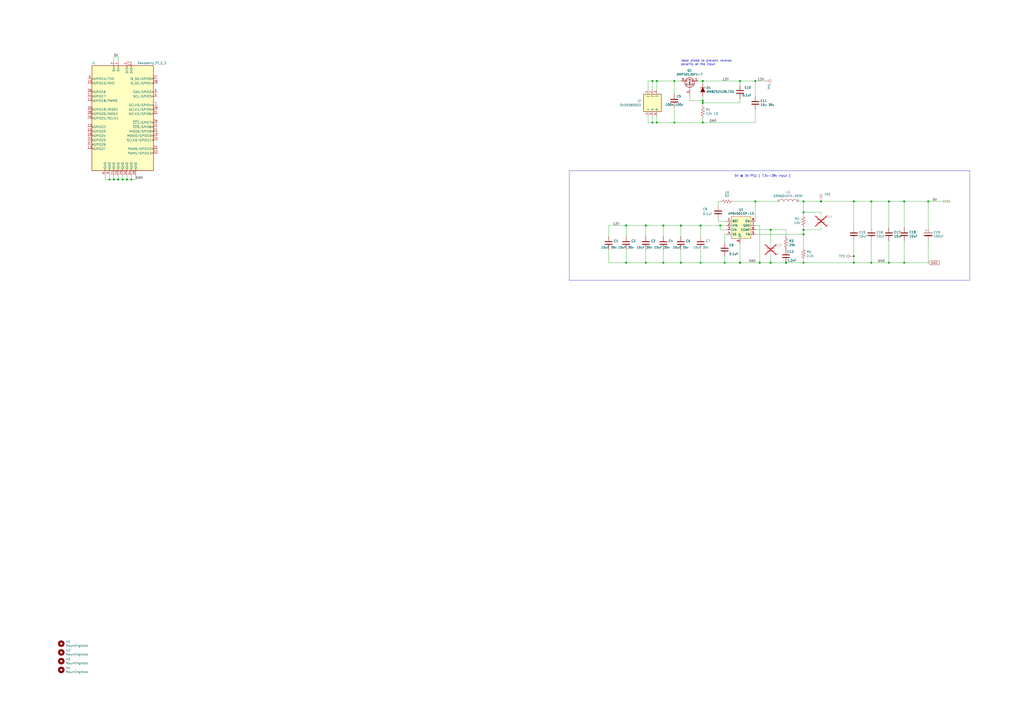
<source format=kicad_sch>
(kicad_sch (version 20231120) (generator "eeschema") (generator_version "8.0")
  (paper "A2")
  (lib_symbols
    (symbol "CM4IO:AP64351"
      (property "Reference" "U1" (at 0.635 9.2456 0))
      (property "Value" "AP64501SP-13" (at 0.635 6.9342 0))
      (symbol "AP64351_1_1"
        (rectangle (start -5.08 5.08) (end 6.35 -7.62) (fill (type background)))
        (pin passive line (at -7.62 2.54 0) (length 2.54) (name "BST") (number "1"))
        (pin power_in line (at -7.62 0 0) (length 2.54) (name "VIN") (number "2"))
        (pin input line (at -7.62 -2.54 0) (length 2.54) (name "EN") (number "3"))
        (pin input line (at -7.62 -5.08 0) (length 2.54) (name "SS") (number "4"))
        (pin input line (at 8.89 -5.08 180) (length 2.54) (name "FB") (number "5"))
        (pin input line (at 8.89 -2.54 180) (length 2.54) (name "COMP") (number "6"))
        (pin power_in line (at 8.89 0 180) (length 2.54) (name "GND") (number "7"))
        (pin output line (at 8.89 2.54 180) (length 2.54) (name "SW") (number "8"))
        (pin passive line (at 0 -10.16 90) (length 2.54) (name "EP") (number "9"))
      )
    )
    (symbol "Connector:TestPoint" (pin_numbers hide) (pin_names (offset 0.762) hide)
      (property "Reference" "TP" (at 0 6.858 0))
      (property "Value" "TestPoint" (at 0 5.08 0))
      (symbol "TestPoint_0_1"
        (circle (center 0 3.302) (radius 0.762))
      )
      (symbol "TestPoint_1_1"
        (pin passive line (at 0 0 90) (length 2.54) (name "1") (number "1"))
      )
    )
    (symbol "Device:C" (pin_numbers hide) (pin_names (offset 0.254))
      (property "Reference" "C" (at 0.635 2.54 0))
      (property "Value" "C" (at 0.635 -2.54 0))
      (symbol "C_0_1"
        (polyline (pts (xy -2.032 -0.762) (xy 2.032 -0.762)) (stroke (width 0.508)))
        (polyline (pts (xy -2.032 0.762) (xy 2.032 0.762)) (stroke (width 0.508)))
      )
      (symbol "C_1_1"
        (pin passive line (at 0 3.81 270) (length 2.794) (name "~") (number "1"))
        (pin passive line (at 0 -3.81 90) (length 2.794) (name "~") (number "2"))
      )
    )
    (symbol "Device:CP" (pin_numbers hide) (pin_names (offset 0.254))
      (property "Reference" "C" (at 0.635 2.54 0))
      (property "Value" "CP" (at 0.635 -2.54 0))
      (symbol "CP_0_1"
        (rectangle (start -2.286 0.508) (end 2.286 1.016))
        (polyline (pts (xy -1.778 2.286) (xy -0.762 2.286)))
        (polyline (pts (xy -1.27 2.794) (xy -1.27 1.778)))
        (rectangle (start 2.286 -0.508) (end -2.286 -1.016) (fill (type outline)))
      )
      (symbol "CP_1_1"
        (pin passive line (at 0 3.81 270) (length 2.794) (name "~") (number "1"))
        (pin passive line (at 0 -3.81 90) (length 2.794) (name "~") (number "2"))
      )
    )
    (symbol "Device:R_US" (pin_numbers hide) (pin_names (offset 0))
      (property "Reference" "R" (at 2.54 0 90))
      (property "Value" "R_US" (at -2.54 0 90))
      (symbol "R_US_0_1"
        (polyline (pts (xy 0 -2.286) (xy 0 -2.54)))
        (polyline (pts (xy 0 2.286) (xy 0 2.54)))
        (polyline (pts (xy 0 -0.762) (xy 1.016 -1.143) (xy 0 -1.524) (xy -1.016 -1.905) (xy 0 -2.286)))
        (polyline (pts (xy 0 0.762) (xy 1.016 0.381) (xy 0 0) (xy -1.016 -0.381) (xy 0 -0.762)))
        (polyline (pts (xy 0 2.286) (xy 1.016 1.905) (xy 0 1.524) (xy -1.016 1.143) (xy 0 0.762)))
      )
      (symbol "R_US_1_1"
        (pin passive line (at 0 3.81 270) (length 1.27) (name "~") (number "1"))
        (pin passive line (at 0 -3.81 90) (length 1.27) (name "~") (number "2"))
      )
    )
    (symbol "Diode:BZX84Cxx" (pin_numbers hide) (pin_names hide)
      (property "Reference" "D" (at 0 3.81 0))
      (property "Value" "BZX84Cxx" (at 0 -3.81 0))
      (symbol "BZX84Cxx_0_1"
        (polyline (pts (xy 1.27 0) (xy -1.27 0)))
        (polyline (pts (xy -1.27 -1.27) (xy -1.27 1.27) (xy -0.762 1.27)) (stroke (width 0.254)))
      )
      (symbol "BZX84Cxx_1_1"
        (polyline (pts (xy 1.27 -1.27) (xy 1.27 1.27) (xy -1.27 0) (xy 1.27 -1.27)) (stroke (width 0.254)) (fill (type outline)))
        (pin passive line (at 3.81 0 180) (length 2.54) (name "A") (number "1"))
        (pin no_connect line (at 1.27 0 180) (length 2.54) hide (name "NC") (number "2"))
        (pin passive line (at -3.81 0 0) (length 2.54) (name "K") (number "3"))
      )
    )
    (symbol "Mechanical:MountingHole"
      (property "Reference" "H" (at 0 5.08 0))
      (property "Value" "MountingHole" (at 0 3.175 0))
      (symbol "MountingHole_0_1"
        (circle (center 0 0) (radius 1.27) (stroke (width 1.27)))
      )
    )
    (symbol "Transistor_FET:DMP3013SFV" (pin_names hide)
      (property "Reference" "Q" (at 5.08 1.905 0))
      (property "Value" "DMP3013SFV" (at 5.08 0 0))
      (symbol "DMP3013SFV_0_1"
        (polyline (pts (xy 0.254 0) (xy -2.54 0)))
        (polyline (pts (xy 0.254 1.905) (xy 0.254 -1.905)) (stroke (width 0.254)))
        (polyline (pts (xy 0.762 -1.27) (xy 0.762 -2.286)) (stroke (width 0.254)))
        (polyline (pts (xy 0.762 0.508) (xy 0.762 -0.508)) (stroke (width 0.254)))
        (polyline (pts (xy 0.762 2.286) (xy 0.762 1.27)) (stroke (width 0.254)))
        (polyline (pts (xy 2.54 2.54) (xy 2.54 1.778)))
        (polyline (pts (xy 2.54 -2.54) (xy 2.54 0) (xy 0.762 0)))
        (polyline (pts (xy 0.762 1.778) (xy 3.302 1.778) (xy 3.302 -1.778) (xy 0.762 -1.778)))
        (polyline (pts (xy 2.286 0) (xy 1.27 0.381) (xy 1.27 -0.381) (xy 2.286 0)) (fill (type outline)))
        (polyline (pts (xy 2.794 -0.508) (xy 2.921 -0.381) (xy 3.683 -0.381) (xy 3.81 -0.254)))
        (polyline (pts (xy 3.302 -0.381) (xy 2.921 0.254) (xy 3.683 0.254) (xy 3.302 -0.381)))
        (circle (center 1.651 0) (radius 2.794) (stroke (width 0.254)))
        (circle (center 2.54 -1.778) (radius 0.254) (fill (type outline)))
        (circle (center 2.54 1.778) (radius 0.254) (fill (type outline)))
      )
      (symbol "DMP3013SFV_1_1"
        (pin passive line (at 2.54 -5.08 90) (length 2.54) (name "S") (number "1"))
        (pin passive line (at 2.54 -5.08 90) (length 2.54) hide (name "S") (number "2"))
        (pin passive line (at 2.54 -5.08 90) (length 2.54) hide (name "S") (number "3"))
        (pin passive line (at -5.08 0 0) (length 2.54) (name "G") (number "4"))
        (pin passive line (at 2.54 5.08 270) (length 2.54) (name "D") (number "5"))
      )
    )
    (symbol "bitcart:0455580003"
      (property "Reference" "J2" (at 1.27 -6.985 90))
      (property "Value" "0455580003" (at -1.27 -6.985 90))
      (symbol "0455580003_1_1"
        (rectangle (start -5.08 5.08) (end 5.08 -5.08) (stroke (width 0.254)) (fill (type background)))
        (pin passive line (at 7.62 2.54 180) (length 2.54) (name "1") (number "1"))
        (pin passive line (at 7.62 0 180) (length 2.54) (name "2") (number "2"))
        (pin passive line (at 7.62 -2.54 180) (length 2.54) (name "3") (number "3"))
        (pin passive line (at -7.62 2.54 0) (length 2.54) (name "4") (number "4"))
        (pin passive line (at -7.62 0 0) (length 2.54) (name "5") (number "5"))
        (pin passive line (at -7.62 -2.54 0) (length 2.54) (name "6") (number "6"))
      )
    )
    (symbol "pihat-rescue:Raspberry_Pi_2_3-Connector" (pin_names (offset 1.016))
      (property "Reference" "J" (at -17.78 31.75 0))
      (property "Value" "Connector_Raspberry_Pi_2_3" (at 10.16 -31.75 0))
      (symbol "Raspberry_Pi_2_3-Connector_0_1"
        (rectangle (start -17.78 30.48) (end 17.78 -30.48) (stroke (width 0.254)) (fill (type background)))
      )
      (symbol "Raspberry_Pi_2_3-Connector_1_1"
        (rectangle (start -16.891 -17.526) (end -17.78 -18.034))
        (rectangle (start -16.891 -14.986) (end -17.78 -15.494))
        (rectangle (start -16.891 -12.446) (end -17.78 -12.954))
        (rectangle (start -16.891 -9.906) (end -17.78 -10.414))
        (rectangle (start -16.891 -7.366) (end -17.78 -7.874))
        (rectangle (start -16.891 -4.826) (end -17.78 -5.334))
        (rectangle (start -16.891 0.254) (end -17.78 -0.254))
        (rectangle (start -16.891 2.794) (end -17.78 2.286))
        (rectangle (start -16.891 5.334) (end -17.78 4.826))
        (rectangle (start -16.891 10.414) (end -17.78 9.906))
        (rectangle (start -16.891 12.954) (end -17.78 12.446))
        (rectangle (start -16.891 15.494) (end -17.78 14.986))
        (rectangle (start -16.891 20.574) (end -17.78 20.066))
        (rectangle (start -16.891 23.114) (end -17.78 22.606))
        (rectangle (start -10.414 -29.591) (end -9.906 -30.48))
        (rectangle (start -7.874 -29.591) (end -7.366 -30.48))
        (rectangle (start -5.334 -29.591) (end -4.826 -30.48))
        (rectangle (start -5.334 30.48) (end -4.826 29.591))
        (rectangle (start -2.794 -29.591) (end -2.286 -30.48))
        (rectangle (start -2.794 30.48) (end -2.286 29.591))
        (rectangle (start -0.254 -29.591) (end 0.254 -30.48))
        (rectangle (start 2.286 -29.591) (end 2.794 -30.48))
        (rectangle (start 2.286 30.48) (end 2.794 29.591))
        (rectangle (start 4.826 -29.591) (end 5.334 -30.48))
        (rectangle (start 4.826 30.48) (end 5.334 29.591))
        (rectangle (start 7.366 -29.591) (end 7.874 -30.48))
        (rectangle (start 17.78 -20.066) (end 16.891 -20.574))
        (rectangle (start 17.78 -17.526) (end 16.891 -18.034))
        (rectangle (start 17.78 -12.446) (end 16.891 -12.954))
        (rectangle (start 17.78 -9.906) (end 16.891 -10.414))
        (rectangle (start 17.78 -7.366) (end 16.891 -7.874))
        (rectangle (start 17.78 -4.826) (end 16.891 -5.334))
        (rectangle (start 17.78 -2.286) (end 16.891 -2.794))
        (rectangle (start 17.78 2.794) (end 16.891 2.286))
        (rectangle (start 17.78 5.334) (end 16.891 4.826))
        (rectangle (start 17.78 7.874) (end 16.891 7.366))
        (rectangle (start 17.78 12.954) (end 16.891 12.446))
        (rectangle (start 17.78 15.494) (end 16.891 14.986))
        (rectangle (start 17.78 20.574) (end 16.891 20.066))
        (rectangle (start 17.78 23.114) (end 16.891 22.606))
        (pin power_in line (at 2.54 33.02 270) (length 2.54) (name "3V3") (number "1"))
        (pin bidirectional line (at -20.32 20.32 0) (length 2.54) (name "GPIO15/RXD") (number "10"))
        (pin bidirectional line (at -20.32 12.7 0) (length 2.54) (name "GPIO17") (number "11"))
        (pin bidirectional line (at -20.32 10.16 0) (length 2.54) (name "GPIO18/PWM0") (number "12"))
        (pin bidirectional line (at -20.32 -17.78 0) (length 2.54) (name "GPIO27") (number "13"))
        (pin power_in line (at -5.08 -33.02 90) (length 2.54) (name "GND") (number "14"))
        (pin bidirectional line (at -20.32 -5.08 0) (length 2.54) (name "GPIO22") (number "15"))
        (pin bidirectional line (at -20.32 -7.62 0) (length 2.54) (name "GPIO23") (number "16"))
        (pin power_in line (at 5.08 33.02 270) (length 2.54) (name "3V3") (number "17"))
        (pin bidirectional line (at -20.32 -10.16 0) (length 2.54) (name "GPIO24") (number "18"))
        (pin bidirectional line (at 20.32 -10.16 180) (length 2.54) (name "MOSI0/GPIO10") (number "19"))
        (pin power_in line (at -5.08 33.02 270) (length 2.54) (name "5V") (number "2"))
        (pin power_in line (at -2.54 -33.02 90) (length 2.54) (name "GND") (number "20"))
        (pin bidirectional line (at 20.32 -7.62 180) (length 2.54) (name "MISO0/GPIO9") (number "21"))
        (pin bidirectional line (at -20.32 -12.7 0) (length 2.54) (name "GPIO25") (number "22"))
        (pin bidirectional line (at 20.32 -12.7 180) (length 2.54) (name "SCLK0/GPIO11") (number "23"))
        (pin bidirectional line (at 20.32 -5.08 180) (length 2.54) (name "~{CE0}/GPIO8") (number "24"))
        (pin power_in line (at 0 -33.02 90) (length 2.54) (name "GND") (number "25"))
        (pin bidirectional line (at 20.32 -2.54 180) (length 2.54) (name "~{CE1}/GPIO7") (number "26"))
        (pin bidirectional line (at 20.32 22.86 180) (length 2.54) (name "ID_SD/GPIO0") (number "27"))
        (pin bidirectional line (at 20.32 20.32 180) (length 2.54) (name "ID_SC/GPIO1") (number "28"))
        (pin bidirectional line (at 20.32 5.08 180) (length 2.54) (name "GCLK1/GPIO5") (number "29"))
        (pin bidirectional line (at 20.32 15.24 180) (length 2.54) (name "SDA/GPIO2") (number "3"))
        (pin power_in line (at 2.54 -33.02 90) (length 2.54) (name "GND") (number "30"))
        (pin bidirectional line (at 20.32 2.54 180) (length 2.54) (name "GCLK2/GPIO6") (number "31"))
        (pin bidirectional line (at 20.32 -17.78 180) (length 2.54) (name "PWM0/GPIO12") (number "32"))
        (pin bidirectional line (at 20.32 -20.32 180) (length 2.54) (name "PWM1/GPIO13") (number "33"))
        (pin power_in line (at 5.08 -33.02 90) (length 2.54) (name "GND") (number "34"))
        (pin bidirectional line (at -20.32 5.08 0) (length 2.54) (name "GPIO19/MISO1") (number "35"))
        (pin bidirectional line (at -20.32 15.24 0) (length 2.54) (name "GPIO16") (number "36"))
        (pin bidirectional line (at -20.32 -15.24 0) (length 2.54) (name "GPIO26") (number "37"))
        (pin bidirectional line (at -20.32 2.54 0) (length 2.54) (name "GPIO20/MOSI1") (number "38"))
        (pin power_in line (at 7.62 -33.02 90) (length 2.54) (name "GND") (number "39"))
        (pin power_in line (at -2.54 33.02 270) (length 2.54) (name "5V") (number "4"))
        (pin bidirectional line (at -20.32 0 0) (length 2.54) (name "GPIO21/SCLK1") (number "40"))
        (pin bidirectional line (at 20.32 12.7 180) (length 2.54) (name "SCL/GPIO3") (number "5"))
        (pin power_in line (at -10.16 -33.02 90) (length 2.54) (name "GND") (number "6"))
        (pin bidirectional line (at 20.32 7.62 180) (length 2.54) (name "GCLK0/GPIO4") (number "7"))
        (pin bidirectional line (at -20.32 22.86 0) (length 2.54) (name "GPIO14/TXD") (number "8"))
        (pin power_in line (at -7.62 -33.02 90) (length 2.54) (name "GND") (number "9"))
      )
    )
    (symbol "pspice:INDUCTOR" (pin_numbers hide) (pin_names (offset 0))
      (property "Reference" "L" (at 0 2.54 0))
      (property "Value" "INDUCTOR" (at 0 -1.27 0))
      (symbol "INDUCTOR_0_1"
        (arc (start -2.54 0) (mid -3.81 1.2645) (end -5.08 0))
        (arc (start 0 0) (mid -1.27 1.2645) (end -2.54 0))
        (arc (start 2.54 0) (mid 1.27 1.2645) (end 0 0))
        (arc (start 5.08 0) (mid 3.81 1.2645) (end 2.54 0))
      )
      (symbol "INDUCTOR_1_1"
        (pin input line (at -6.35 0 0) (length 1.27) (name "1") (number "1"))
        (pin input line (at 6.35 0 180) (length 1.27) (name "2") (number "2"))
      )
    )
  )
  (junction (at 407.67 59.69))
  (junction (at 466.09 133.35) (diameter 1.016))
  (junction (at 495.3 152.4))
  (junction (at 394.97 152.4))
  (junction (at 363.22 152.4))
  (junction (at 378.46 71.12))
  (junction (at 381 46.99))
  (junction (at 406.4 130.81) (diameter 1.016))
  (junction (at 524.51 152.4))
  (junction (at 466.09 152.4))
  (junction (at 429.26 46.99))
  (junction (at 440.69 152.4) (diameter 1.016))
  (junction (at 391.16 71.12))
  (junction (at 407.67 58.42))
  (junction (at 391.16 46.99))
  (junction (at 363.22 130.81) (diameter 1.016))
  (junction (at 394.97 130.81) (diameter 1.016))
  (junction (at 407.67 46.99) (diameter 1.016))
  (junction (at 466.09 116.84) (diameter 1.016))
  (junction (at 538.48 116.84) (diameter 1.016))
  (junction (at 407.67 71.12))
  (junction (at 447.04 133.35) (diameter 1.016))
  (junction (at 374.65 152.4))
  (junction (at 73.66 104.14))
  (junction (at 438.15 116.84) (diameter 1.016))
  (junction (at 417.83 130.81) (diameter 1.016))
  (junction (at 466.09 135.89) (diameter 1.016))
  (junction (at 71.12 104.14))
  (junction (at 476.25 116.84) (diameter 1.016))
  (junction (at 438.15 46.99))
  (junction (at 384.81 130.81) (diameter 1.016))
  (junction (at 447.04 152.4) (diameter 1.016))
  (junction (at 505.46 152.4))
  (junction (at 68.58 104.14))
  (junction (at 455.93 152.4) (diameter 1.016))
  (junction (at 466.09 123.19) (diameter 1.016))
  (junction (at 374.65 130.81) (diameter 1.016))
  (junction (at 66.04 104.14))
  (junction (at 378.46 46.99))
  (junction (at 495.3 116.84) (diameter 1.016))
  (junction (at 429.26 152.4) (diameter 1.016))
  (junction (at 76.2 104.14))
  (junction (at 63.5 104.14))
  (junction (at 495.3 148.59))
  (junction (at 420.37 152.4))
  (junction (at 515.62 152.4))
  (junction (at 524.51 116.84) (diameter 1.016))
  (junction (at 515.62 116.84) (diameter 1.016))
  (junction (at 406.4 152.4))
  (junction (at 505.46 116.84) (diameter 1.016))
  (junction (at 381 71.12))
  (junction (at 384.81 152.4))
  (wire (pts (xy 391.16 46.99) (xy 394.97 46.99)))
  (wire (pts (xy 76.2 101.6) (xy 76.2 104.14)))
  (wire (pts (xy 466.09 135.89) (xy 466.09 143.51)))
  (wire (pts (xy 374.65 152.4) (xy 384.81 152.4)))
  (wire (pts (xy 466.09 132.08) (xy 466.09 133.35)))
  (wire (pts (xy 407.67 46.99) (xy 429.26 46.99)))
  (wire (pts (xy 71.12 104.14) (xy 68.58 104.14)))
  (wire (pts (xy 417.83 130.81) (xy 417.83 133.35)))
  (wire (pts (xy 353.06 137.16) (xy 353.06 130.81)))
  (wire (pts (xy 407.67 59.69) (xy 429.26 59.69)))
  (wire (pts (xy 375.92 67.31) (xy 375.92 71.12)))
  (wire (pts (xy 447.04 133.35) (xy 447.04 140.97)))
  (wire (pts (xy 466.09 123.19) (xy 466.09 124.46)))
  (wire (pts (xy 78.74 104.14) (xy 76.2 104.14)))
  (wire (pts (xy 353.06 152.4) (xy 353.06 144.78)))
  (wire (pts (xy 505.46 116.84) (xy 515.62 116.84)))
  (wire (pts (xy 417.83 133.35) (xy 421.64 133.35)))
  (wire (pts (xy 407.67 59.69) (xy 407.67 60.96)))
  (wire (pts (xy 63.5 101.6) (xy 63.5 104.14)))
  (wire (pts (xy 73.66 101.6) (xy 73.66 104.14)))
  (wire (pts (xy 394.97 152.4) (xy 406.4 152.4)))
  (wire (pts (xy 66.04 35.56) (xy 66.04 33.02)))
  (wire (pts (xy 495.3 132.08) (xy 495.3 116.84)))
  (wire (pts (xy 374.65 152.4) (xy 374.65 144.78)))
  (wire (pts (xy 505.46 152.4) (xy 505.46 139.7)))
  (wire (pts (xy 378.46 46.99) (xy 381 46.99)))
  (wire (pts (xy 429.26 152.4) (xy 440.69 152.4)))
  (wire (pts (xy 381 46.99) (xy 391.16 46.99)))
  (wire (pts (xy 68.58 101.6) (xy 68.58 104.14)))
  (wire (pts (xy 363.22 152.4) (xy 374.65 152.4)))
  (wire (pts (xy 421.64 135.89) (xy 420.37 135.89)))
  (wire (pts (xy 407.67 46.99) (xy 407.67 48.26)))
  (wire (pts (xy 466.09 123.19) (xy 476.25 123.19)))
  (wire (pts (xy 407.67 71.12) (xy 407.67 68.58)))
  (wire (pts (xy 429.26 140.97) (xy 429.26 152.4)))
  (wire (pts (xy 438.15 116.84) (xy 450.85 116.84)))
  (wire (pts (xy 374.65 137.16) (xy 374.65 130.81)))
  (wire (pts (xy 374.65 130.81) (xy 384.81 130.81)))
  (polyline (pts (xy 562.61 99.06) (xy 562.61 162.56)) (stroke (width 0) (type solid)))
  (wire (pts (xy 505.46 132.08) (xy 505.46 116.84)))
  (wire (pts (xy 420.37 148.59) (xy 420.37 152.4)))
  (wire (pts (xy 429.26 49.53) (xy 429.26 46.99)))
  (wire (pts (xy 417.83 130.81) (xy 421.64 130.81)))
  (wire (pts (xy 515.62 152.4) (xy 515.62 139.7)))
  (wire (pts (xy 455.93 152.4) (xy 466.09 152.4)))
  (wire (pts (xy 375.92 52.07) (xy 375.92 46.99)))
  (wire (pts (xy 60.96 104.14) (xy 60.96 101.6)))
  (wire (pts (xy 438.15 133.35) (xy 447.04 133.35)))
  (wire (pts (xy 381 46.99) (xy 381 52.07)))
  (wire (pts (xy 378.46 71.12) (xy 381 71.12)))
  (wire (pts (xy 476.25 123.19) (xy 476.25 124.46)))
  (wire (pts (xy 381 71.12) (xy 391.16 71.12)))
  (wire (pts (xy 391.16 71.12) (xy 407.67 71.12)))
  (wire (pts (xy 416.56 119.38) (xy 416.56 116.84)))
  (wire (pts (xy 407.67 58.42) (xy 407.67 55.88)))
  (wire (pts (xy 438.15 46.99) (xy 443.23 46.99)))
  (wire (pts (xy 524.51 116.84) (xy 538.48 116.84)))
  (wire (pts (xy 63.5 104.14) (xy 60.96 104.14)))
  (wire (pts (xy 524.51 152.4) (xy 515.62 152.4)))
  (wire (pts (xy 378.46 46.99) (xy 375.92 46.99)))
  (wire (pts (xy 394.97 137.16) (xy 394.97 130.81)))
  (wire (pts (xy 466.09 116.84) (xy 466.09 123.19)))
  (wire (pts (xy 394.97 152.4) (xy 394.97 144.78)))
  (wire (pts (xy 447.04 152.4) (xy 455.93 152.4)))
  (wire (pts (xy 524.51 152.4) (xy 524.51 139.7)))
  (wire (pts (xy 406.4 152.4) (xy 406.4 144.78)))
  (wire (pts (xy 363.22 152.4) (xy 363.22 144.78)))
  (wire (pts (xy 438.15 135.89) (xy 466.09 135.89)))
  (wire (pts (xy 420.37 152.4) (xy 429.26 152.4)))
  (wire (pts (xy 466.09 116.84) (xy 476.25 116.84)))
  (wire (pts (xy 384.81 152.4) (xy 384.81 144.78)))
  (wire (pts (xy 438.15 46.99) (xy 438.15 55.88)))
  (wire (pts (xy 353.06 130.81) (xy 363.22 130.81)))
  (wire (pts (xy 66.04 33.02) (xy 68.58 33.02)))
  (wire (pts (xy 495.3 116.84) (xy 505.46 116.84)))
  (wire (pts (xy 515.62 116.84) (xy 524.51 116.84)))
  (wire (pts (xy 495.3 139.7) (xy 495.3 148.59)))
  (wire (pts (xy 76.2 104.14) (xy 73.66 104.14)))
  (wire (pts (xy 378.46 67.31) (xy 378.46 71.12)))
  (wire (pts (xy 476.25 133.35) (xy 476.25 132.08)))
  (wire (pts (xy 524.51 132.08) (xy 524.51 116.84)))
  (wire (pts (xy 416.56 127) (xy 416.56 128.27)))
  (wire (pts (xy 400.05 58.42) (xy 407.67 58.42)))
  (wire (pts (xy 353.06 152.4) (xy 363.22 152.4)))
  (wire (pts (xy 429.26 46.99) (xy 438.15 46.99)))
  (wire (pts (xy 495.3 152.4) (xy 466.09 152.4)))
  (polyline (pts (xy 330.2 99.06) (xy 330.2 162.56)) (stroke (width 0) (type solid)))
  (wire (pts (xy 416.56 128.27) (xy 421.64 128.27)))
  (wire (pts (xy 406.4 130.81) (xy 417.83 130.81)))
  (wire (pts (xy 538.48 139.7) (xy 538.48 152.4)))
  (wire (pts (xy 406.4 152.4) (xy 420.37 152.4)))
  (wire (pts (xy 406.4 137.16) (xy 406.4 130.81)))
  (wire (pts (xy 476.25 116.84) (xy 495.3 116.84)))
  (wire (pts (xy 68.58 33.02) (xy 68.58 35.56)))
  (wire (pts (xy 381 67.31) (xy 381 71.12)))
  (wire (pts (xy 538.48 152.4) (xy 524.51 152.4)))
  (wire (pts (xy 538.48 132.08) (xy 538.48 116.84)))
  (wire (pts (xy 375.92 71.12) (xy 378.46 71.12)))
  (wire (pts (xy 515.62 152.4) (xy 505.46 152.4)))
  (wire (pts (xy 447.04 148.59) (xy 447.04 152.4)))
  (wire (pts (xy 378.46 46.99) (xy 378.46 52.07)))
  (wire (pts (xy 394.97 130.81) (xy 406.4 130.81)))
  (polyline (pts (xy 330.2 99.06) (xy 562.61 99.06)) (stroke (width 0) (type solid)))
  (wire (pts (xy 78.74 101.6) (xy 78.74 104.14)))
  (wire (pts (xy 391.16 62.23) (xy 391.16 71.12)))
  (wire (pts (xy 447.04 133.35) (xy 455.93 133.35)))
  (wire (pts (xy 400.05 54.61) (xy 400.05 58.42)))
  (wire (pts (xy 407.67 58.42) (xy 407.67 59.69)))
  (wire (pts (xy 438.15 63.5) (xy 438.15 71.12)))
  (wire (pts (xy 363.22 130.81) (xy 374.65 130.81)))
  (wire (pts (xy 71.12 101.6) (xy 71.12 104.14)))
  (wire (pts (xy 416.56 116.84) (xy 417.83 116.84)))
  (wire (pts (xy 440.69 152.4) (xy 447.04 152.4)))
  (wire (pts (xy 68.58 104.14) (xy 66.04 104.14)))
  (wire (pts (xy 466.09 151.13) (xy 466.09 152.4)))
  (wire (pts (xy 66.04 101.6) (xy 66.04 104.14)))
  (wire (pts (xy 384.81 130.81) (xy 394.97 130.81)))
  (wire (pts (xy 438.15 130.81) (xy 440.69 130.81)))
  (wire (pts (xy 495.3 152.4) (xy 495.3 148.59)))
  (wire (pts (xy 429.26 59.69) (xy 429.26 57.15)))
  (wire (pts (xy 425.45 116.84) (xy 438.15 116.84)))
  (wire (pts (xy 384.81 152.4) (xy 394.97 152.4)))
  (wire (pts (xy 538.48 116.84) (xy 547.37 116.84)))
  (polyline (pts (xy 562.61 162.56) (xy 330.2 162.56)) (stroke (width 0) (type solid)))
  (wire (pts (xy 384.81 137.16) (xy 384.81 130.81)))
  (wire (pts (xy 440.69 130.81) (xy 440.69 152.4)))
  (wire (pts (xy 438.15 116.84) (xy 438.15 128.27)))
  (wire (pts (xy 420.37 135.89) (xy 420.37 140.97)))
  (wire (pts (xy 66.04 104.14) (xy 63.5 104.14)))
  (wire (pts (xy 405.13 46.99) (xy 407.67 46.99)))
  (wire (pts (xy 455.93 137.16) (xy 455.93 133.35)))
  (wire (pts (xy 73.66 104.14) (xy 71.12 104.14)))
  (wire (pts (xy 438.15 71.12) (xy 407.67 71.12)))
  (wire (pts (xy 515.62 132.08) (xy 515.62 116.84)))
  (wire (pts (xy 505.46 152.4) (xy 495.3 152.4)))
  (wire (pts (xy 466.09 133.35) (xy 466.09 135.89)))
  (wire (pts (xy 391.16 46.99) (xy 391.16 54.61)))
  (wire (pts (xy 466.09 133.35) (xy 476.25 133.35)))
  (wire (pts (xy 463.55 116.84) (xy 466.09 116.84)))
  (wire (pts (xy 363.22 137.16) (xy 363.22 130.81)))
  (text "Ideal diode to prevent reverse\npolarity at the input" (at 394.97 38.1 0) (effects (font (size 1.27 1.27)) (justify left bottom)))
  (text "5V @ 3A PSU ( 7.5v-28v Input )" (at 458.47 102.87 0) (effects (font (size 1.27 1.27)) (justify right bottom)))
  (label "12V" (at 419.1 46.99 0))
  (label "GND" (at 78.74 104.14 0))
  (label "GND" (at 411.48 71.12 0))
  (label "12V" (at 443.23 46.99 180))
  (label "5V" (at 541.02 116.84 0))
  (label "GND" (at 434.34 152.4 0))
  (label "5V" (at 66.04 33.02 0))
  (label "GND" (at 509.27 152.4 0))
  (label "12V" (at 355.6 130.81 0))
  (global_label "GND" (shape input) (at 538.48 152.4 0) (property "Intersheetrefs" "${INTERSHEET_REFS}" (effects (hide yes))))
  (hierarchical_label "5V" (shape output) (at 547.37 116.84 0))
  (symbol (lib_id "Device:C") (at 406.4 140.97 0) (unit 1)
    (property "Reference" "C7" (at 409.321 139.8016 0) (effects (justify left)))
    (property "Value" "10uF 35v" (at 401.955 143.51 0) (effects (justify left)))
    (property "Footprint" "Capacitor_SMD:C_0805_2012Metric" (effects (hide yes)))
    (property "Datasheet" "https://www.murata.com/en-global/products/productdetail.aspx?partno=GRM21BC8YA106ME11%23" (effects (hide yes)))
    (property "Field5" "490-10505-1-ND" (effects (hide yes)))
    (property "Field4" "Digikey" (effects (hide yes)))
    (property "Field6" "GRM21BC8YA106KE11L " (effects (hide yes)))
    (property "Field7" "Murata" (effects (hide yes)))
    (property "Part Description" "	10uF 10% or 20% 35V Ceramic Capacitor X6S 0805 (2012 Metric)" (effects (hide yes)))
  )
  (symbol (lib_id "Mechanical:MountingHole") (at 35.56 378.46 0) (unit 1)
    (property "Reference" "H2" (at 38.1 377.317 0) (effects (justify left)))
    (property "Value" "MountingHole" (at 38.1 379.603 0) (effects (justify left)))
    (property "Footprint" "MountingHole:MountingHole_2.7mm_M2.5" (effects (hide yes)))
    (property "Field4" "nf" (effects (hide yes)))
    (property "Field5" "nf" (effects (hide yes)))
    (property "Field6" "nf" (effects (hide yes)))
    (property "Field7" "nf" (effects (hide yes)))
    (property "Part Description" "M2.5 mounting hole" (effects (hide yes)))
  )
  (symbol (lib_id "Device:R_US") (at 466.09 147.32 0) (unit 1)
    (property "Reference" "R5" (at 467.868 146.1516 0) (effects (justify left)))
    (property "Value" "2.2k" (at 467.868 148.463 0) (effects (justify left)))
    (property "Footprint" "Resistor_SMD:R_0402_1005Metric" (effects (hide yes)))
    (property "Datasheet" "https://fscdn.rohm.com/en/products/databook/datasheet/passive/resistor/chip_resistor/mcr-e.pdf" (effects (hide yes)))
    (property "Field4" "Farnell" (effects (hide yes)))
    (property "Field5" "9239278" (effects (hide yes)))
    (property "Field6" "RK73G1ETQTP2201D         " (effects (hide yes)))
    (property "Field7" "KOA EUROPE GMBH" (effects (hide yes)))
    (property "Part Description" "Resistor 2.2K M1005 1% 63mW" (effects (hide yes)))
    (property "Field8" "120889581" (effects (hide yes)))
  )
  (symbol (lib_id "Diode:BZX84Cxx") (at 407.67 52.07 270) (unit 1)
    (property "Reference" "D1" (at 409.702 50.927 90) (effects (justify left)))
    (property "Value" "MMBZ5242BLT3G" (at 409.702 53.213 90) (effects (justify left)))
    (property "Footprint" "bitcart:D_SOT-23_ANK" (effects (hide yes)))
    (property "Datasheet" "https://diotec.com/tl_files/diotec/files/pdf/datasheets/bzx84c2v4.pdf" (effects (hide yes)))
    (property "DK" "MMBZ5242BLT3GOSCT-ND" (effects (hide yes)))
    (property "PARTNO" "MMBZ5242BLT3G" (effects (hide yes)))
  )
  (symbol (lib_id "pspice:INDUCTOR") (at 457.2 116.84 0) (unit 1)
    (property "Reference" "L1" (at 457.2 111.379 0))
    (property "Value" "SRN6045TA-3R3Y" (at 457.2 113.6904 0))
    (property "Footprint" "Inductor_SMD:L_Bourns_SRN6045TA" (effects (hide yes)))
    (property "Datasheet" "https://www.bourns.com/docs/Product-Datasheets/SRN6045TA.pdf" (effects (hide yes)))
    (property "DK" "SRN6045TA-3R3YCT-ND" (effects (hide yes)))
    (property "Field6" "SRN6045TA-3R3Y" (effects (hide yes)))
  )
  (symbol (lib_id "Transistor_FET:DMP3013SFV") (at 400.05 49.53 90) (unit 1)
    (property "Reference" "Q1" (at 400.05 40.8686 90))
    (property "Value" "DMP3013SFV-7" (at 400.05 43.18 90))
    (property "Footprint" "Package_SON:Diodes_PowerDI3333-8" (effects (hide yes)))
    (property "Datasheet" "https://www.diodes.com/assets/Datasheets/DMP3013SFV.pdf" (effects (hide yes)))
    (property "DK" "DMP3013SFV-7DICT-ND" (effects (hide yes)))
    (property "PARTNO" "DMP3013SFV-7" (effects (hide yes)))
  )
  (symbol (lib_id "Device:C") (at 420.37 144.78 0) (unit 1)
    (property "Reference" "C9" (at 422.91 142.24 0) (effects (justify left)))
    (property "Value" "0.1uF" (at 422.91 147.32 0) (effects (justify left)))
    (property "Footprint" "Capacitor_SMD:C_0402_1005Metric" (effects (hide yes)))
    (property "Datasheet" "https://search.murata.co.jp/Ceramy/image/img/A01X/G101/ENG/GRM155R71C104KA88-01.pdf" (effects (hide yes)))
    (property "Field4" "Farnell" (effects (hide yes)))
    (property "Field5" "2611911" (effects (hide yes)))
    (property "Field6" "RM EMK105 B7104KV-F" (effects (hide yes)))
    (property "Field7" "TAIYO YUDEN EUROPE GMBH" (effects (hide yes)))
    (property "Field8" "110091611" (effects (hide yes)))
    (property "DK" "478-KGM05AR71C104KHCT-ND" (effects (hide yes)))
    (property "PARTNO" "KGM05AR71C104KH" (effects (hide yes)))
  )
  (symbol (lib_id "Device:C") (at 394.97 140.97 0) (unit 1)
    (property "Reference" "C6" (at 397.891 139.8016 0) (effects (justify left)))
    (property "Value" "10uF 35v" (at 390.271 143.51 0) (effects (justify left)))
    (property "Footprint" "Capacitor_SMD:C_0805_2012Metric" (effects (hide yes)))
    (property "Datasheet" "https://www.murata.com/en-global/products/productdetail.aspx?partno=GRM21BC8YA106ME11%23" (effects (hide yes)))
    (property "Field5" "490-10505-1-ND" (effects (hide yes)))
    (property "Field4" "Digikey" (effects (hide yes)))
    (property "Field6" "GRM21BC8YA106KE11L " (effects (hide yes)))
    (property "Field7" "Murata" (effects (hide yes)))
    (property "Part Description" "	10uF 10% or 20% 35V Ceramic Capacitor X6S 0805 (2012 Metric)" (effects (hide yes)))
  )
  (symbol (lib_id "Device:C") (at 438.15 59.69 0) (unit 1)
    (property "Reference" "C11" (at 441.071 58.5216 0) (effects (justify left)))
    (property "Value" "10u 35v" (at 441.071 60.833 0) (effects (justify left)))
    (property "Footprint" "Capacitor_SMD:C_0805_2012Metric" (effects (hide yes)))
    (property "Datasheet" "https://www.murata.com/en-global/products/productdetail.aspx?partno=GRM21BC8YA106ME11%23" (effects (hide yes)))
    (property "Field5" "490-10505-1-ND" (effects (hide yes)))
    (property "Field4" "Digikey" (effects (hide yes)))
    (property "Field6" "GRM21BC8YA106KE11L " (effects (hide yes)))
    (property "Field7" "Murata" (effects (hide yes)))
    (property "Part Description" "	10uF 10% or 20% 35V Ceramic Capacitor X6S 0805 (2012 Metric)" (effects (hide yes)))
  )
  (symbol (lib_id "Mechanical:MountingHole") (at 35.56 373.38 0) (unit 1)
    (property "Reference" "H1" (at 38.1 372.237 0) (effects (justify left)))
    (property "Value" "MountingHole" (at 38.1 374.523 0) (effects (justify left)))
    (property "Footprint" "MountingHole:MountingHole_2.7mm_M2.5" (effects (hide yes)))
    (property "Field4" "nf" (effects (hide yes)))
    (property "Field5" "nf" (effects (hide yes)))
    (property "Field6" "nf" (effects (hide yes)))
    (property "Field7" "nf" (effects (hide yes)))
    (property "Part Description" "M2.5 mounting hole" (effects (hide yes)))
  )
  (symbol (lib_id "Device:R_US") (at 421.64 116.84 270) (unit 1)
    (property "Reference" "R2" (at 420.37 113.665 90) (effects (justify left)))
    (property "Value" "10" (at 420.37 111.76 90) (effects (justify left)))
    (property "Footprint" "Resistor_SMD:R_0402_1005Metric" (effects (hide yes)))
    (property "Field4" "Farnell" (effects (hide yes)))
    (property "Field5" "9238999" (effects (hide yes)))
    (property "Field7" "Yageo" (effects (hide yes)))
    (property "Field6" "RC0402FR-0710RL" (effects (hide yes)))
    (property "Field8" "URES00256" (effects (hide yes)))
    (property "Part Description" "Resistor 10R M1005 1% 63mW" (effects (hide yes)))
  )
  (symbol (lib_id "Device:C") (at 363.22 140.97 0) (unit 1)
    (property "Reference" "C2" (at 366.141 139.8016 0) (effects (justify left)))
    (property "Value" "10uF 35v" (at 358.521 143.51 0) (effects (justify left)))
    (property "Footprint" "Capacitor_SMD:C_0805_2012Metric" (effects (hide yes)))
    (property "Datasheet" "https://www.murata.com/en-global/products/productdetail.aspx?partno=GRM21BC8YA106ME11%23" (effects (hide yes)))
    (property "Field5" "490-10505-1-ND" (effects (hide yes)))
    (property "Field4" "Digikey" (effects (hide yes)))
    (property "Field6" "GRM21BC8YA106KE11L " (effects (hide yes)))
    (property "Field7" "Murata" (effects (hide yes)))
    (property "Part Description" "	10uF 10% or 20% 35V Ceramic Capacitor X6S 0805 (2012 Metric)" (effects (hide yes)))
  )
  (symbol (lib_id "Device:R_US") (at 466.09 128.27 0) (unit 1)
    (property "Reference" "R4" (at 461.01 126.873 0) (effects (justify left)))
    (property "Value" "12k" (at 460.502 129.286 0) (effects (justify left)))
    (property "Footprint" "Resistor_SMD:R_0402_1005Metric" (effects (hide yes)))
    (property "Datasheet" "https://fscdn.rohm.com/en/products/databook/datasheet/passive/resistor/chip_resistor/mcr-e.pdf" (effects (hide yes)))
    (property "Field4" "Farnell" (effects (hide yes)))
    (property "Field5" "9239367" (effects (hide yes)))
    (property "Field7" "Rohm" (effects (hide yes)))
    (property "Field6" "MCR01MZPF1202" (effects (hide yes)))
    (property "Part Description" "Resistor 12K M1005 1% 63mW" (effects (hide yes)))
  )
  (symbol (lib_id "Device:R_US") (at 407.67 64.77 0) (unit 1)
    (property "Reference" "R1" (at 409.448 63.6016 0) (effects (justify left)))
    (property "Value" "12k 1%" (at 409.448 65.913 0) (effects (justify left)))
    (property "Footprint" "Resistor_SMD:R_0402_1005Metric" (effects (hide yes)))
    (property "Datasheet" "https://fscdn.rohm.com/en/products/databook/datasheet/passive/resistor/chip_resistor/mcr-e.pdf" (effects (hide yes)))
    (property "Field4" "Farnell" (effects (hide yes)))
    (property "Field5" "9239367" (effects (hide yes)))
    (property "Field7" "Rohm" (effects (hide yes)))
    (property "Field6" "MCR01MZPF1202" (effects (hide yes)))
    (property "Part Description" "Resistor 12K M1005 1% 63mW" (effects (hide yes)))
  )
  (symbol (lib_id "Mechanical:MountingHole") (at 35.56 383.54 0) (unit 1)
    (property "Reference" "H3" (at 38.1 382.397 0) (effects (justify left)))
    (property "Value" "MountingHole" (at 38.1 384.683 0) (effects (justify left)))
    (property "Footprint" "MountingHole:MountingHole_2.7mm_M2.5" (effects (hide yes)))
    (property "Field4" "nf" (effects (hide yes)))
    (property "Field5" "nf" (effects (hide yes)))
    (property "Field6" "nf" (effects (hide yes)))
    (property "Field7" "nf" (effects (hide yes)))
    (property "Part Description" "M2.5 mounting hole" (effects (hide yes)))
  )
  (symbol (lib_id "Device:C") (at 455.93 148.59 0) (unit 1)
    (property "Reference" "C13" (at 456.565 146.05 0) (effects (justify left)))
    (property "Value" "1.2nF" (at 456.565 151.13 0) (effects (justify left)))
    (property "Footprint" "Capacitor_SMD:C_0402_1005Metric" (effects (hide yes)))
    (property "Datasheet" "http://www.farnell.com/datasheets/2734135.pdf?_ga=2.259347658.1738794919.1588350964-1787849031.1568210898&_gac=1.15394434.1588350964.EAIaIQobChMIgrHHs4yT6QIVxevtCh39TA_nEAAYASAAEgK8PfD_BwE" (effects (hide yes)))
    (property "Field4" "Digikey" (effects (hide yes)))
    (property "Field5" "490-16429-1-ND" (effects (hide yes)))
    (property "Field6" "GCM155R71H122KA37D" (effects (hide yes)))
    (property "Field7" "Murata" (effects (hide yes)))
    (property "Part Description" "1200pF 10% 10V Ceramic Capacitor X5R 0402 (1005 Metric)" (effects (hide yes)))
  )
  (symbol (lib_id "Device:C") (at 476.25 128.27 0) (unit 1) (dnp yes)
    (property "Reference" "C14" (at 478.79 125.73 0) (effects (justify left)))
    (property "Value" "nf" (at 478.79 130.81 0) (effects (justify left)))
    (property "Footprint" "Capacitor_SMD:C_0402_1005Metric" (effects (hide yes)))
    (property "Datasheet" "http://www.farnell.com/datasheets/2048267.pdf?_ga=2.222777691.1738794919.1588350964-1787849031.1568210898&_gac=1.250356018.1588350964.EAIaIQobChMIgrHHs4yT6QIVxevtCh39TA_nEAAYASAAEgK8PfD_BwE" (effects (hide yes)))
    (property "Field4" "Farnell" (effects (hide yes)))
    (property "Field5" "2666374" (effects (hide yes)))
    (property "Field6" "GRM1555C1H221JA01D" (effects (hide yes)))
    (property "Field7" "Murata" (effects (hide yes)))
    (property "Part Description" "220 pF, 50 V, 0402 [1005 Metric], ± 5%, C0G / NP0/CH, GCM Series" (effects (hide yes)))
  )
  (symbol (lib_id "CM4IO:AP64351") (at 429.26 130.81 0) (unit 1)
    (property "Reference" "U1" (at 429.895 121.5644 0))
    (property "Value" "AP64501SP-13" (at 429.895 123.8758 0))
    (property "Footprint" "Package_SO:SOIC-8-1EP_3.9x4.9mm_P1.27mm_EP2.95x4.9mm_Mask2.71x3.4mm_ThermalVias" (effects (hide yes)))
    (property "Datasheet" "https://www.diodes.com/assets/Datasheets/AP64501.pdf" (effects (hide yes)))
    (property "DK" "31-AP64501SP-13CT-ND" (effects (hide yes)))
    (property "PARTNO" "AP64501SP-13" (effects (hide yes)))
  )
  (symbol (lib_id "Device:C") (at 384.81 140.97 0) (unit 1)
    (property "Reference" "C4" (at 387.731 139.8016 0) (effects (justify left)))
    (property "Value" "10uF 35v" (at 379.349 143.51 0) (effects (justify left)))
    (property "Footprint" "Capacitor_SMD:C_0805_2012Metric" (effects (hide yes)))
    (property "Datasheet" "https://www.murata.com/en-global/products/productdetail.aspx?partno=GRM21BC8YA106ME11%23" (effects (hide yes)))
    (property "Field5" "490-10505-1-ND" (effects (hide yes)))
    (property "Field4" "Digikey" (effects (hide yes)))
    (property "Field6" "GRM21BC8YA106KE11L " (effects (hide yes)))
    (property "Field7" "Murata" (effects (hide yes)))
    (property "Part Description" "	10uF 10% or 20% 35V Ceramic Capacitor X6S 0805 (2012 Metric)" (effects (hide yes)))
  )
  (symbol (lib_id "Device:C") (at 429.26 53.34 0) (unit 1)
    (property "Reference" "C10" (at 431.8 50.8 0) (effects (justify left)))
    (property "Value" "0.1uF" (at 430.53 55.245 0) (effects (justify left)))
    (property "Footprint" "Capacitor_SMD:C_0402_1005Metric" (effects (hide yes)))
    (property "Datasheet" "https://search.murata.co.jp/Ceramy/image/img/A01X/G101/ENG/GRM155R71C104KA88-01.pdf" (effects (hide yes)))
    (property "Field4" "Farnell" (effects (hide yes)))
    (property "Field5" "2611911" (effects (hide yes)))
    (property "Field6" "RM EMK105 B7104KV-F" (effects (hide yes)))
    (property "Field7" "TAIYO YUDEN EUROPE GMBH" (effects (hide yes)))
    (property "Field8" "110091611" (effects (hide yes)))
    (property "DK" "478-KGM05AR71C104KHCT-ND" (effects (hide yes)))
    (property "PARTNO" "KGM05AR71C104KH" (effects (hide yes)))
  )
  (symbol (lib_id "Device:CP") (at 538.48 135.89 0) (unit 1)
    (property "Reference" "C19" (at 541.4772 134.747 0) (effects (justify left)))
    (property "Value" "100uF" (at 541.4772 137.033 0) (effects (justify left)))
    (property "Footprint" "Capacitor_Tantalum_SMD:CP_EIA-7343-31_Kemet-D" (effects (hide yes)))
    (property "Field4" "Mouser" (effects (hide yes)))
    (property "Field5" "667-EEF-CX0J101R" (effects (hide yes)))
    (property "Part Description" "Capacitor, SP-Cap, 100u, 6.3V, 15mR ESR" (effects (hide yes)))
  )
  (symbol (lib_id "Device:C") (at 515.62 135.89 0) (unit 1)
    (property "Reference" "C17" (at 518.541 134.7216 0) (effects (justify left)))
    (property "Value" "10uF" (at 518.541 137.033 0) (effects (justify left)))
    (property "Footprint" "Capacitor_SMD:C_0805_2012Metric" (effects (hide yes)))
    (property "Datasheet" "https://search.murata.co.jp/Ceramy/image/img/A01X/G101/ENG/GRM21BR71A106KA73-01.pdf" (effects (hide yes)))
    (property "Field5" "490-14381-1-ND" (effects (hide yes)))
    (property "Field4" "Digikey" (effects (hide yes)))
    (property "Field6" "GRM21BR71A106KA73L" (effects (hide yes)))
    (property "Field7" "Murata" (effects (hide yes)))
    (property "Part Description" "	10uF 10% 10V Ceramic Capacitor X7R 0805 (2012 Metric)" (effects (hide yes)))
    (property "Field8" "111893011" (effects (hide yes)))
  )
  (symbol (lib_id "Device:C") (at 524.51 135.89 0) (unit 1)
    (property "Reference" "C18" (at 527.431 134.7216 0) (effects (justify left)))
    (property "Value" "10uF" (at 527.431 137.033 0) (effects (justify left)))
    (property "Footprint" "Capacitor_SMD:C_0805_2012Metric" (effects (hide yes)))
    (property "Datasheet" "https://search.murata.co.jp/Ceramy/image/img/A01X/G101/ENG/GRM21BR71A106KA73-01.pdf" (effects (hide yes)))
    (property "Field5" "490-14381-1-ND" (effects (hide yes)))
    (property "Field4" "Digikey" (effects (hide yes)))
    (property "Field6" "GRM21BR71A106KA73L" (effects (hide yes)))
    (property "Field7" "Murata" (effects (hide yes)))
    (property "Part Description" "	10uF 10% 10V Ceramic Capacitor X7R 0805 (2012 Metric)" (effects (hide yes)))
    (property "Field8" "111893011" (effects (hide yes)))
  )
  (symbol (lib_id "pihat-rescue:Raspberry_Pi_2_3-Connector") (at 71.12 68.58 0) (unit 1)
    (property "Reference" "J1" (at 54.102 36.576 0))
    (property "Value" "Raspberry_Pi_2_3" (at 88.138 36.576 0))
    (property "Footprint" "pihat:ESQ-120-14-T-D" (effects (hide yes)))
    (property "Datasheet" "https://www.raspberrypi.org/documentation/hardware/raspberrypi/schematics/rpi_SCH_3bplus_1p0_reduced.pdf" (effects (hide yes)))
  )
  (symbol (lib_id "Device:C") (at 374.65 140.97 0) (unit 1)
    (property "Reference" "C3" (at 377.571 139.8016 0) (effects (justify left)))
    (property "Value" "10uF 35v" (at 369.189 143.51 0) (effects (justify left)))
    (property "Footprint" "Capacitor_SMD:C_0805_2012Metric" (effects (hide yes)))
    (property "Datasheet" "https://www.murata.com/en-global/products/productdetail.aspx?partno=GRM21BC8YA106ME11%23" (effects (hide yes)))
    (property "Field5" "490-10505-1-ND" (effects (hide yes)))
    (property "Field4" "Digikey" (effects (hide yes)))
    (property "Field6" "GRM21BC8YA106KE11L " (effects (hide yes)))
    (property "Field7" "Murata" (effects (hide yes)))
    (property "Part Description" "	10uF 10% or 20% 35V Ceramic Capacitor X6S 0805 (2012 Metric)" (effects (hide yes)))
  )
  (symbol (lib_id "Connector:TestPoint") (at 495.3 148.59 90) (unit 1)
    (property "Reference" "TP3" (at 490.22 148.59 90) (effects (justify left)))
    (property "Value" "TestPoint" (effects (hide yes)))
    (property "Footprint" "TestPoint:TestPoint_Pad_D1.5mm" (effects (hide yes)))
    (property "Field4" "nf" (effects (hide yes)))
    (property "Field5" "nf" (effects (hide yes)))
    (property "Field6" "nf" (effects (hide yes)))
    (property "Field7" "nf" (effects (hide yes)))
  )
  (symbol (lib_id "Device:C") (at 416.56 123.19 0) (unit 1)
    (property "Reference" "C8" (at 407.67 121.285 0) (effects (justify left)))
    (property "Value" "0.1uF" (at 407.67 124.079 0) (effects (justify left)))
    (property "Footprint" "Capacitor_SMD:C_0402_1005Metric" (effects (hide yes)))
    (property "Datasheet" "https://search.murata.co.jp/Ceramy/image/img/A01X/G101/ENG/GRM155R71C104KA88-01.pdf" (effects (hide yes)))
    (property "Field4" "Farnell" (effects (hide yes)))
    (property "Field5" "2611911" (effects (hide yes)))
    (property "Field6" "RM EMK105 B7104KV-F" (effects (hide yes)))
    (property "Field7" "TAIYO YUDEN EUROPE GMBH" (effects (hide yes)))
    (property "Field8" "110091611" (effects (hide yes)))
    (property "DK" "478-KGM05AR71C104KHCT-ND" (effects (hide yes)))
    (property "PARTNO" "KGM05AR71C104KH" (effects (hide yes)))
  )
  (symbol (lib_id "Device:C") (at 353.06 140.97 0) (unit 1)
    (property "Reference" "C1" (at 355.981 139.8016 0) (effects (justify left)))
    (property "Value" "10uF 35v" (at 348.615 143.51 0) (effects (justify left)))
    (property "Footprint" "Capacitor_SMD:C_0805_2012Metric" (effects (hide yes)))
    (property "Datasheet" "https://www.murata.com/en-global/products/productdetail.aspx?partno=GRM21BC8YA106ME11%23" (effects (hide yes)))
    (property "Field5" "490-10505-1-ND" (effects (hide yes)))
    (property "Field4" "Digikey" (effects (hide yes)))
    (property "Field6" "GRM21BC8YA106KE11L " (effects (hide yes)))
    (property "Field7" "Murata" (effects (hide yes)))
    (property "Part Description" "	10uF 10% or 20% 35V Ceramic Capacitor X6S 0805 (2012 Metric)" (effects (hide yes)))
  )
  (symbol (lib_id "Device:C") (at 505.46 135.89 0) (unit 1)
    (property "Reference" "C16" (at 508.381 134.7216 0) (effects (justify left)))
    (property "Value" "10uF" (at 508.381 137.033 0) (effects (justify left)))
    (property "Footprint" "Capacitor_SMD:C_0805_2012Metric" (effects (hide yes)))
    (property "Datasheet" "https://search.murata.co.jp/Ceramy/image/img/A01X/G101/ENG/GRM21BR71A106KA73-01.pdf" (effects (hide yes)))
    (property "Field5" "490-14381-1-ND" (effects (hide yes)))
    (property "Field4" "Digikey" (effects (hide yes)))
    (property "Field6" "GRM21BR71A106KA73L" (effects (hide yes)))
    (property "Field7" "Murata" (effects (hide yes)))
    (property "Part Description" "	10uF 10% 10V Ceramic Capacitor X7R 0805 (2012 Metric)" (effects (hide yes)))
    (property "Field8" "111893011" (effects (hide yes)))
  )
  (symbol (lib_id "bitcart:0455580003") (at 378.46 59.69 90) (unit 1)
    (property "Reference" "J2" (at 371.856 58.42 90) (effects (justify left)))
    (property "Value" "0455580003" (at 371.856 60.96 90) (effects (justify left)))
    (property "Footprint" "bitcart:0455580003" (effects (hide yes)))
    (property "Datasheet" "http://www.molex.com/pdm_docs/sd/455580003_sd.pdf" (effects (hide yes)))
    (property "DK" "WM10869-ND" (effects (hide yes)))
    (property "PARTNO" "0455580003" (effects (hide yes)))
  )
  (symbol (lib_id "Device:R_US") (at 455.93 140.97 0) (unit 1)
    (property "Reference" "R3" (at 457.708 139.8016 0) (effects (justify left)))
    (property "Value" "20k" (at 457.708 142.113 0) (effects (justify left)))
    (property "Footprint" "Resistor_SMD:R_0402_1005Metric" (effects (hide yes)))
    (property "Datasheet" "https://fscdn.rohm.com/en/products/databook/datasheet/passive/resistor/chip_resistor/mcr-e.pdf" (effects (hide yes)))
    (property "Field4" "Farnell" (effects (hide yes)))
    (property "Field5" "2331485" (effects (hide yes)))
    (property "Field7" "KOA EUROPE GMBH" (effects (hide yes)))
    (property "Field6" "RK73H1ETTP2002F" (effects (hide yes)))
    (property "Part Description" "Resistor 20K M1005 1% 63mW" (effects (hide yes)))
  )
  (symbol (lib_id "Mechanical:MountingHole") (at 35.56 388.62 0) (unit 1)
    (property "Reference" "H4" (at 38.1 387.477 0) (effects (justify left)))
    (property "Value" "MountingHole" (at 38.1 389.763 0) (effects (justify left)))
    (property "Footprint" "MountingHole:MountingHole_2.7mm_M2.5" (effects (hide yes)))
    (property "Field4" "nf" (effects (hide yes)))
    (property "Field5" "nf" (effects (hide yes)))
    (property "Field6" "nf" (effects (hide yes)))
    (property "Field7" "nf" (effects (hide yes)))
    (property "Part Description" "M2.5 mounting hole" (effects (hide yes)))
  )
  (symbol (lib_id "Device:C") (at 391.16 58.42 0) (unit 1)
    (property "Reference" "C5" (at 392.43 55.88 0) (effects (justify left)))
    (property "Value" "100n 100v" (at 385.826 60.706 0) (effects (justify left)))
    (property "Footprint" "Capacitor_SMD:C_0402_1005Metric" (effects (hide yes)))
    (property "Datasheet" "https://psearch.en.murata.com/capacitor/product/GRM155R62A104KE14%23.pdf" (effects (hide yes)))
    (property "Field4" "Farnell" (effects (hide yes)))
    (property "Field5" "2611907" (effects (hide yes)))
    (property "Field6" "GRM155R62A104KE14D" (effects (hide yes)))
    (property "Field7" "Murata" (effects (hide yes)))
    (property "Part Description" "	0.1uF 10% 100V Ceramic Capacitor X5R 0402 (1005 Metric)" (effects (hide yes)))
  )
  (symbol (lib_id "Connector:TestPoint") (at 443.23 46.99 270) (unit 1)
    (property "Reference" "TP1" (at 446.2272 48.4632 0) (effects (justify left)))
    (property "Value" "TestPoint" (effects (hide yes)))
    (property "Footprint" "TestPoint:TestPoint_Pad_D1.5mm" (effects (hide yes)))
    (property "Field4" "nf" (effects (hide yes)))
    (property "Field5" "nf" (effects (hide yes)))
    (property "Field6" "nf" (effects (hide yes)))
    (property "Field7" "nf" (effects (hide yes)))
  )
  (symbol (lib_id "Device:C") (at 495.3 135.89 0) (unit 1)
    (property "Reference" "C15" (at 498.221 134.7216 0) (effects (justify left)))
    (property "Value" "10uF" (at 498.221 137.033 0) (effects (justify left)))
    (property "Footprint" "Capacitor_SMD:C_0805_2012Metric" (effects (hide yes)))
    (property "Datasheet" "https://search.murata.co.jp/Ceramy/image/img/A01X/G101/ENG/GRM21BR71A106KA73-01.pdf" (effects (hide yes)))
    (property "Field5" "490-14381-1-ND" (effects (hide yes)))
    (property "Field4" "Digikey" (effects (hide yes)))
    (property "Field6" "GRM21BR71A106KA73L" (effects (hide yes)))
    (property "Field7" "Murata" (effects (hide yes)))
    (property "Part Description" "	10uF 10% 10V Ceramic Capacitor X7R 0805 (2012 Metric)" (effects (hide yes)))
    (property "Field8" "111893011" (effects (hide yes)))
  )
  (symbol (lib_id "Connector:TestPoint") (at 476.25 116.84 0) (unit 1)
    (property "Reference" "TP2" (at 478.155 112.903 0) (effects (justify left)))
    (property "Value" "TestPoint" (effects (hide yes)))
    (property "Footprint" "TestPoint:TestPoint_Pad_D1.5mm" (effects (hide yes)))
    (property "Field4" "nf" (effects (hide yes)))
    (property "Field5" "nf" (effects (hide yes)))
    (property "Field6" "nf" (effects (hide yes)))
    (property "Field7" "nf" (effects (hide yes)))
  )
  (symbol (lib_id "Device:C") (at 447.04 144.78 0) (unit 1) (dnp yes)
    (property "Reference" "C12" (at 449.58 142.24 0) (effects (justify left)))
    (property "Value" "nf" (at 449.58 147.32 0) (effects (justify left)))
    (property "Footprint" "Capacitor_SMD:C_0402_1005Metric" (effects (hide yes)))
  )
)
</source>
